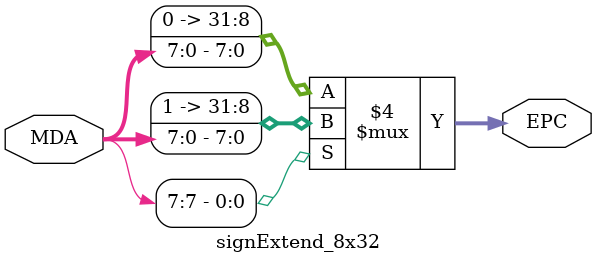
<source format=v>
module signExtend_8x32 (
  input [7:0] MDA,
  output reg [31:0] EPC
);

  always @(*) begin
    if (MDA[7] == 1) // Check if the 8th bit (most significant bit) is 1 = negative
      EPC = {24'b111111111111111111111111, MDA};
    else // Positive number
      EPC = {24'b000000000000000000000000, MDA};
  end

endmodule


// testbench
// `timescale 1ns / 1ps

// module testbench;
//     reg [7:0] MDA;
//     wire [31:0] EPC;

//     // Instanciando o módulo signExtend_8x32
//     signExtend_8x32 uut (
//         .MDA(MDA),
//         .EPC(EPC)
//     );

//     initial begin
//         // Testando com um número positivo
//         MDA = 8'b00000001;
//         #10;
//         $display("MDA = %b, EPC = %b", MDA, EPC);

//         // Testando com um número negativo
//         MDA = 8'b10000001;
//         #10;
//         $display("MDA = %b, EPC = %b", MDA, EPC);

//         // Testando com zero
//         MDA = 8'b00000000;
//         #10;
//         $display("MDA = %b, EPC = %b", MDA, EPC);

//         // Testando com todos os bits setados
//         MDA = 8'b11111111;
//         #10;
//         $display("MDA = %b, EPC = %b", MDA, EPC);

//         $finish;
//     end
// endmodule

// MDA = 00000001, EPC = 00000000000000000000000000000001
// MDA = 10000001, EPC = 11111111111111111111111110000001
// MDA = 00000000, EPC = 00000000000000000000000000000000
// MDA = 11111111, EPC = 11111111111111111111111111111111
</source>
